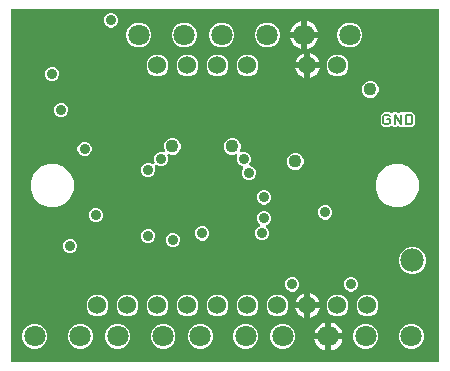
<source format=gbr>
G04 EAGLE Gerber RS-274X export*
G75*
%MOMM*%
%FSLAX34Y34*%
%LPD*%
%INCopper Layer 15*%
%IPPOS*%
%AMOC8*
5,1,8,0,0,1.08239X$1,22.5*%
G01*
%ADD10C,0.177800*%
%ADD11C,1.981200*%
%ADD12C,1.524000*%
%ADD13C,1.800000*%
%ADD14C,0.889000*%
%ADD15C,1.108000*%

G36*
X364354Y2810D02*
X364354Y2810D01*
X364473Y2817D01*
X364511Y2830D01*
X364552Y2835D01*
X364662Y2878D01*
X364775Y2915D01*
X364810Y2937D01*
X364847Y2952D01*
X364943Y3021D01*
X365044Y3085D01*
X365072Y3115D01*
X365105Y3138D01*
X365181Y3230D01*
X365262Y3317D01*
X365282Y3352D01*
X365307Y3383D01*
X365358Y3491D01*
X365416Y3595D01*
X365426Y3635D01*
X365443Y3671D01*
X365465Y3788D01*
X365495Y3903D01*
X365499Y3963D01*
X365503Y3983D01*
X365501Y4004D01*
X365505Y4064D01*
X365505Y300736D01*
X365490Y300854D01*
X365483Y300973D01*
X365470Y301011D01*
X365465Y301052D01*
X365422Y301162D01*
X365385Y301275D01*
X365363Y301310D01*
X365348Y301347D01*
X365279Y301443D01*
X365215Y301544D01*
X365185Y301572D01*
X365162Y301605D01*
X365070Y301681D01*
X364983Y301762D01*
X364948Y301782D01*
X364917Y301807D01*
X364809Y301858D01*
X364705Y301916D01*
X364665Y301926D01*
X364629Y301943D01*
X364512Y301965D01*
X364397Y301995D01*
X364337Y301999D01*
X364317Y302003D01*
X364296Y302001D01*
X364236Y302005D01*
X4064Y302005D01*
X3946Y301990D01*
X3827Y301983D01*
X3789Y301970D01*
X3748Y301965D01*
X3638Y301922D01*
X3525Y301885D01*
X3490Y301863D01*
X3453Y301848D01*
X3357Y301779D01*
X3256Y301715D01*
X3228Y301685D01*
X3195Y301662D01*
X3119Y301570D01*
X3038Y301483D01*
X3018Y301448D01*
X2993Y301417D01*
X2942Y301309D01*
X2884Y301205D01*
X2874Y301165D01*
X2857Y301129D01*
X2835Y301012D01*
X2805Y300897D01*
X2801Y300837D01*
X2797Y300817D01*
X2799Y300796D01*
X2795Y300736D01*
X2795Y4064D01*
X2810Y3946D01*
X2817Y3827D01*
X2830Y3789D01*
X2835Y3748D01*
X2878Y3638D01*
X2915Y3525D01*
X2937Y3490D01*
X2952Y3453D01*
X3021Y3357D01*
X3085Y3256D01*
X3115Y3228D01*
X3138Y3195D01*
X3230Y3119D01*
X3317Y3038D01*
X3352Y3018D01*
X3383Y2993D01*
X3491Y2942D01*
X3595Y2884D01*
X3635Y2874D01*
X3671Y2857D01*
X3788Y2835D01*
X3903Y2805D01*
X3963Y2801D01*
X3983Y2797D01*
X4004Y2799D01*
X4064Y2795D01*
X364236Y2795D01*
X364354Y2810D01*
G37*
%LPC*%
G36*
X326613Y134365D02*
X326613Y134365D01*
X319984Y137111D01*
X314911Y142184D01*
X312165Y148813D01*
X312165Y155987D01*
X314911Y162616D01*
X319984Y167689D01*
X326613Y170435D01*
X333787Y170435D01*
X340416Y167689D01*
X345489Y162616D01*
X348235Y155987D01*
X348235Y148813D01*
X345489Y142184D01*
X340416Y137111D01*
X333787Y134365D01*
X326613Y134365D01*
G37*
%LPD*%
%LPC*%
G36*
X34513Y134365D02*
X34513Y134365D01*
X27884Y137111D01*
X22811Y142184D01*
X20065Y148813D01*
X20065Y155987D01*
X22811Y162616D01*
X27884Y167689D01*
X34513Y170435D01*
X41687Y170435D01*
X48316Y167689D01*
X53389Y162616D01*
X56135Y155987D01*
X56135Y148813D01*
X53389Y142184D01*
X48316Y137111D01*
X41687Y134365D01*
X34513Y134365D01*
G37*
%LPD*%
%LPC*%
G36*
X340626Y77469D02*
X340626Y77469D01*
X336425Y79209D01*
X333209Y82425D01*
X331469Y86626D01*
X331469Y91174D01*
X333209Y95375D01*
X336425Y98591D01*
X340626Y100331D01*
X345174Y100331D01*
X349375Y98591D01*
X352591Y95375D01*
X354331Y91174D01*
X354331Y86626D01*
X352591Y82425D01*
X349375Y79209D01*
X345174Y77469D01*
X340626Y77469D01*
G37*
%LPD*%
%LPC*%
G36*
X203410Y157225D02*
X203410Y157225D01*
X201215Y158134D01*
X199536Y159813D01*
X198627Y162008D01*
X198627Y164382D01*
X199548Y166606D01*
X199586Y166663D01*
X199653Y166750D01*
X199673Y166795D01*
X199700Y166837D01*
X199736Y166941D01*
X199779Y167042D01*
X199787Y167091D01*
X199803Y167138D01*
X199812Y167247D01*
X199829Y167356D01*
X199825Y167405D01*
X199829Y167455D01*
X199810Y167563D01*
X199800Y167672D01*
X199783Y167719D01*
X199774Y167768D01*
X199729Y167868D01*
X199692Y167972D01*
X199664Y168013D01*
X199644Y168058D01*
X199575Y168144D01*
X199513Y168235D01*
X199476Y168268D01*
X199445Y168307D01*
X199357Y168373D01*
X199275Y168445D01*
X199231Y168468D01*
X199191Y168498D01*
X199046Y168569D01*
X196643Y169564D01*
X194964Y171243D01*
X194055Y173438D01*
X194055Y175812D01*
X194599Y177126D01*
X194636Y177260D01*
X194677Y177393D01*
X194678Y177413D01*
X194683Y177433D01*
X194685Y177572D01*
X194692Y177711D01*
X194688Y177730D01*
X194688Y177751D01*
X194656Y177887D01*
X194628Y178022D01*
X194619Y178040D01*
X194614Y178060D01*
X194549Y178183D01*
X194488Y178308D01*
X194475Y178323D01*
X194465Y178341D01*
X194372Y178444D01*
X194282Y178550D01*
X194265Y178561D01*
X194252Y178576D01*
X194135Y178653D01*
X194022Y178733D01*
X194003Y178740D01*
X193986Y178751D01*
X193854Y178796D01*
X193724Y178846D01*
X193704Y178848D01*
X193685Y178854D01*
X193546Y178865D01*
X193408Y178881D01*
X193388Y178878D01*
X193368Y178880D01*
X193231Y178856D01*
X193093Y178836D01*
X193067Y178827D01*
X193055Y178825D01*
X193036Y178817D01*
X192941Y178784D01*
X191905Y178355D01*
X189095Y178355D01*
X186498Y179431D01*
X184511Y181418D01*
X183435Y184015D01*
X183435Y186825D01*
X184511Y189422D01*
X186498Y191409D01*
X189095Y192485D01*
X191905Y192485D01*
X194502Y191409D01*
X196489Y189422D01*
X197565Y186825D01*
X197565Y184015D01*
X196764Y182081D01*
X196727Y181947D01*
X196686Y181814D01*
X196685Y181794D01*
X196680Y181774D01*
X196678Y181635D01*
X196671Y181496D01*
X196675Y181477D01*
X196675Y181456D01*
X196707Y181320D01*
X196735Y181185D01*
X196744Y181167D01*
X196749Y181147D01*
X196814Y181024D01*
X196875Y180899D01*
X196888Y180884D01*
X196898Y180866D01*
X196992Y180762D01*
X197081Y180657D01*
X197098Y180646D01*
X197112Y180631D01*
X197228Y180554D01*
X197341Y180474D01*
X197360Y180467D01*
X197377Y180456D01*
X197509Y180411D01*
X197639Y180361D01*
X197659Y180359D01*
X197678Y180353D01*
X197817Y180342D01*
X197955Y180326D01*
X197975Y180329D01*
X197995Y180327D01*
X198132Y180351D01*
X198270Y180371D01*
X198296Y180380D01*
X198308Y180382D01*
X198327Y180390D01*
X198422Y180423D01*
X198838Y180595D01*
X201212Y180595D01*
X203407Y179686D01*
X205086Y178007D01*
X205995Y175812D01*
X205995Y173438D01*
X205074Y171214D01*
X205036Y171157D01*
X204969Y171070D01*
X204949Y171025D01*
X204922Y170983D01*
X204886Y170879D01*
X204843Y170778D01*
X204835Y170729D01*
X204819Y170682D01*
X204810Y170573D01*
X204793Y170464D01*
X204797Y170415D01*
X204793Y170365D01*
X204812Y170257D01*
X204822Y170148D01*
X204839Y170101D01*
X204848Y170052D01*
X204893Y169952D01*
X204930Y169848D01*
X204958Y169807D01*
X204978Y169762D01*
X205047Y169676D01*
X205109Y169585D01*
X205146Y169552D01*
X205177Y169513D01*
X205265Y169447D01*
X205347Y169375D01*
X205391Y169352D01*
X205431Y169322D01*
X205576Y169251D01*
X207979Y168256D01*
X209658Y166577D01*
X210567Y164382D01*
X210567Y162008D01*
X209658Y159813D01*
X207979Y158134D01*
X205784Y157225D01*
X203410Y157225D01*
G37*
%LPD*%
%LPC*%
G36*
X118193Y159892D02*
X118193Y159892D01*
X115998Y160801D01*
X114319Y162480D01*
X113410Y164675D01*
X113410Y167049D01*
X114319Y169244D01*
X115998Y170923D01*
X118193Y171832D01*
X120567Y171832D01*
X122931Y170853D01*
X123065Y170816D01*
X123198Y170775D01*
X123218Y170774D01*
X123237Y170769D01*
X123377Y170767D01*
X123515Y170760D01*
X123535Y170764D01*
X123555Y170764D01*
X123691Y170796D01*
X123827Y170824D01*
X123845Y170833D01*
X123865Y170838D01*
X123988Y170903D01*
X124112Y170964D01*
X124128Y170977D01*
X124146Y170987D01*
X124249Y171080D01*
X124354Y171170D01*
X124366Y171187D01*
X124381Y171201D01*
X124458Y171317D01*
X124538Y171431D01*
X124545Y171449D01*
X124556Y171466D01*
X124601Y171598D01*
X124650Y171728D01*
X124652Y171748D01*
X124659Y171767D01*
X124670Y171906D01*
X124685Y172044D01*
X124683Y172064D01*
X124684Y172084D01*
X124660Y172221D01*
X124641Y172359D01*
X124632Y172385D01*
X124630Y172398D01*
X124621Y172416D01*
X124589Y172511D01*
X124205Y173438D01*
X124205Y175812D01*
X125114Y178007D01*
X126793Y179686D01*
X128988Y180595D01*
X131362Y180595D01*
X131778Y180423D01*
X131912Y180386D01*
X132045Y180345D01*
X132065Y180344D01*
X132085Y180339D01*
X132224Y180336D01*
X132363Y180330D01*
X132382Y180334D01*
X132403Y180334D01*
X132538Y180366D01*
X132674Y180394D01*
X132692Y180403D01*
X132712Y180408D01*
X132835Y180473D01*
X132960Y180534D01*
X132975Y180547D01*
X132993Y180557D01*
X133096Y180650D01*
X133202Y180740D01*
X133213Y180757D01*
X133228Y180770D01*
X133305Y180887D01*
X133385Y181000D01*
X133392Y181019D01*
X133403Y181036D01*
X133448Y181168D01*
X133498Y181298D01*
X133500Y181318D01*
X133506Y181337D01*
X133517Y181476D01*
X133533Y181614D01*
X133530Y181634D01*
X133532Y181654D01*
X133508Y181791D01*
X133488Y181929D01*
X133479Y181955D01*
X133477Y181967D01*
X133469Y181986D01*
X133436Y182081D01*
X132635Y184015D01*
X132635Y186825D01*
X133711Y189422D01*
X135698Y191409D01*
X138295Y192485D01*
X141105Y192485D01*
X143702Y191409D01*
X145689Y189422D01*
X146765Y186825D01*
X146765Y184015D01*
X145689Y181418D01*
X143702Y179431D01*
X141105Y178355D01*
X138295Y178355D01*
X137259Y178784D01*
X137125Y178821D01*
X136992Y178862D01*
X136972Y178863D01*
X136952Y178868D01*
X136813Y178870D01*
X136674Y178877D01*
X136655Y178873D01*
X136634Y178873D01*
X136499Y178841D01*
X136363Y178813D01*
X136345Y178804D01*
X136325Y178799D01*
X136202Y178734D01*
X136077Y178673D01*
X136062Y178660D01*
X136044Y178650D01*
X135941Y178557D01*
X135835Y178467D01*
X135824Y178450D01*
X135809Y178437D01*
X135732Y178320D01*
X135652Y178207D01*
X135645Y178188D01*
X135634Y178171D01*
X135589Y178039D01*
X135539Y177909D01*
X135537Y177889D01*
X135531Y177870D01*
X135520Y177731D01*
X135504Y177593D01*
X135507Y177573D01*
X135505Y177553D01*
X135529Y177416D01*
X135549Y177278D01*
X135558Y177252D01*
X135560Y177240D01*
X135568Y177221D01*
X135601Y177126D01*
X136145Y175812D01*
X136145Y173438D01*
X135236Y171243D01*
X133557Y169564D01*
X131362Y168655D01*
X128988Y168655D01*
X126624Y169634D01*
X126490Y169671D01*
X126357Y169712D01*
X126337Y169713D01*
X126318Y169718D01*
X126178Y169720D01*
X126040Y169727D01*
X126020Y169723D01*
X126000Y169723D01*
X125864Y169691D01*
X125728Y169663D01*
X125710Y169654D01*
X125690Y169649D01*
X125568Y169584D01*
X125443Y169523D01*
X125427Y169510D01*
X125409Y169500D01*
X125307Y169407D01*
X125201Y169317D01*
X125189Y169300D01*
X125174Y169286D01*
X125097Y169170D01*
X125018Y169057D01*
X125010Y169038D01*
X124999Y169021D01*
X124954Y168889D01*
X124905Y168759D01*
X124903Y168739D01*
X124896Y168720D01*
X124885Y168581D01*
X124870Y168443D01*
X124872Y168423D01*
X124871Y168403D01*
X124895Y168266D01*
X124914Y168128D01*
X124923Y168102D01*
X124925Y168089D01*
X124934Y168071D01*
X124966Y167976D01*
X125350Y167049D01*
X125350Y164675D01*
X124441Y162480D01*
X122762Y160801D01*
X120567Y159892D01*
X118193Y159892D01*
G37*
%LPD*%
%LPC*%
G36*
X333221Y201651D02*
X333221Y201651D01*
X333176Y201654D01*
X333133Y201665D01*
X332972Y201675D01*
X332314Y201675D01*
X332212Y201761D01*
X332188Y201773D01*
X332167Y201789D01*
X332045Y201842D01*
X331926Y201899D01*
X331890Y201909D01*
X331889Y201909D01*
X331584Y202368D01*
X331528Y202432D01*
X331480Y202502D01*
X331424Y202552D01*
X331375Y202608D01*
X331305Y202657D01*
X331242Y202713D01*
X331175Y202747D01*
X331114Y202789D01*
X331034Y202819D01*
X330958Y202858D01*
X330886Y202874D01*
X330816Y202900D01*
X330731Y202909D01*
X330648Y202927D01*
X330574Y202925D01*
X330499Y202933D01*
X330415Y202920D01*
X330330Y202918D01*
X330259Y202897D01*
X330185Y202886D01*
X330106Y202853D01*
X330025Y202829D01*
X329961Y202791D01*
X329892Y202762D01*
X329824Y202711D01*
X329751Y202668D01*
X329647Y202576D01*
X329639Y202570D01*
X329636Y202567D01*
X329630Y202561D01*
X328744Y201675D01*
X326744Y201675D01*
X326061Y202358D01*
X325967Y202431D01*
X325878Y202510D01*
X325842Y202528D01*
X325810Y202553D01*
X325701Y202601D01*
X325595Y202655D01*
X325555Y202663D01*
X325518Y202680D01*
X325400Y202698D01*
X325284Y202724D01*
X325244Y202723D01*
X325204Y202729D01*
X325086Y202718D01*
X324967Y202715D01*
X324928Y202703D01*
X324888Y202700D01*
X324775Y202659D01*
X324661Y202626D01*
X324626Y202606D01*
X324588Y202592D01*
X324490Y202525D01*
X324387Y202465D01*
X324342Y202425D01*
X324325Y202413D01*
X324312Y202398D01*
X324266Y202358D01*
X323583Y201675D01*
X318787Y201675D01*
X315975Y204487D01*
X315975Y212080D01*
X318787Y214892D01*
X323583Y214892D01*
X324220Y214256D01*
X324339Y214163D01*
X324460Y214067D01*
X324466Y214064D01*
X324471Y214061D01*
X324611Y214000D01*
X324751Y213938D01*
X324757Y213937D01*
X324763Y213934D01*
X324916Y213910D01*
X325065Y213885D01*
X325071Y213885D01*
X325077Y213885D01*
X325231Y213899D01*
X325381Y213912D01*
X325387Y213914D01*
X325393Y213914D01*
X325539Y213967D01*
X325682Y214016D01*
X325689Y214021D01*
X325693Y214022D01*
X325701Y214028D01*
X325821Y214097D01*
X326102Y214284D01*
X326136Y214314D01*
X326175Y214336D01*
X326295Y214443D01*
X326761Y214909D01*
X326894Y214920D01*
X326918Y214928D01*
X326945Y214932D01*
X327068Y214981D01*
X327194Y215024D01*
X327226Y215043D01*
X327860Y214917D01*
X327905Y214913D01*
X327948Y214902D01*
X328109Y214892D01*
X328768Y214892D01*
X328869Y214806D01*
X328893Y214795D01*
X328914Y214778D01*
X329036Y214726D01*
X329156Y214668D01*
X329192Y214658D01*
X329498Y214199D01*
X329553Y214135D01*
X329601Y214065D01*
X329657Y214015D01*
X329706Y213959D01*
X329776Y213910D01*
X329840Y213854D01*
X329906Y213820D01*
X329967Y213778D01*
X330047Y213748D01*
X330123Y213710D01*
X330196Y213693D01*
X330265Y213667D01*
X330350Y213659D01*
X330433Y213640D01*
X330508Y213642D01*
X330582Y213635D01*
X330666Y213647D01*
X330751Y213650D01*
X330823Y213670D01*
X330896Y213681D01*
X330975Y213714D01*
X331056Y213738D01*
X331121Y213776D01*
X331189Y213805D01*
X331257Y213856D01*
X331330Y213900D01*
X331435Y213991D01*
X331442Y213997D01*
X331445Y214000D01*
X331451Y214006D01*
X332337Y214892D01*
X334341Y214892D01*
X334415Y214835D01*
X334504Y214756D01*
X334540Y214738D01*
X334572Y214713D01*
X334681Y214666D01*
X334787Y214612D01*
X334827Y214603D01*
X334864Y214587D01*
X334981Y214568D01*
X335097Y214542D01*
X335138Y214543D01*
X335178Y214537D01*
X335296Y214548D01*
X335415Y214552D01*
X335454Y214563D01*
X335494Y214567D01*
X335607Y214607D01*
X335721Y214640D01*
X335756Y214660D01*
X335794Y214674D01*
X335892Y214741D01*
X335995Y214802D01*
X336040Y214841D01*
X336057Y214853D01*
X336070Y214868D01*
X336097Y214892D01*
X342294Y214892D01*
X345106Y212080D01*
X345106Y204487D01*
X342294Y201675D01*
X336095Y201675D01*
X336021Y201732D01*
X335932Y201811D01*
X335896Y201829D01*
X335864Y201854D01*
X335755Y201901D01*
X335649Y201956D01*
X335610Y201964D01*
X335573Y201980D01*
X335455Y201999D01*
X335339Y202025D01*
X335298Y202024D01*
X335258Y202030D01*
X335140Y202019D01*
X335021Y202016D01*
X334982Y202004D01*
X334942Y202001D01*
X334830Y201960D01*
X334715Y201927D01*
X334681Y201907D01*
X334643Y201893D01*
X334544Y201826D01*
X334441Y201766D01*
X334396Y201726D01*
X334379Y201714D01*
X334366Y201699D01*
X334321Y201659D01*
X334320Y201659D01*
X334188Y201647D01*
X334163Y201639D01*
X334137Y201635D01*
X334013Y201586D01*
X333887Y201543D01*
X333855Y201524D01*
X333221Y201651D01*
G37*
%LPD*%
%LPC*%
G36*
X21128Y14075D02*
X21128Y14075D01*
X17260Y15678D01*
X14300Y18638D01*
X12697Y22506D01*
X12697Y26694D01*
X14300Y30562D01*
X17260Y33522D01*
X21128Y35125D01*
X25316Y35125D01*
X29184Y33522D01*
X32144Y30562D01*
X33747Y26694D01*
X33747Y22506D01*
X32144Y18638D01*
X29184Y15678D01*
X25316Y14075D01*
X21128Y14075D01*
G37*
%LPD*%
%LPC*%
G36*
X59684Y14075D02*
X59684Y14075D01*
X55816Y15678D01*
X52856Y18638D01*
X51253Y22506D01*
X51253Y26694D01*
X52856Y30562D01*
X55816Y33522D01*
X59684Y35125D01*
X63872Y35125D01*
X67740Y33522D01*
X70700Y30562D01*
X72303Y26694D01*
X72303Y22506D01*
X70700Y18638D01*
X67740Y15678D01*
X63872Y14075D01*
X59684Y14075D01*
G37*
%LPD*%
%LPC*%
G36*
X91128Y14075D02*
X91128Y14075D01*
X87260Y15678D01*
X84300Y18638D01*
X82697Y22506D01*
X82697Y26694D01*
X84300Y30562D01*
X87260Y33522D01*
X91128Y35125D01*
X95316Y35125D01*
X99184Y33522D01*
X102144Y30562D01*
X103747Y26694D01*
X103747Y22506D01*
X102144Y18638D01*
X99184Y15678D01*
X95316Y14075D01*
X91128Y14075D01*
G37*
%LPD*%
%LPC*%
G36*
X287784Y269275D02*
X287784Y269275D01*
X283916Y270878D01*
X280956Y273838D01*
X279353Y277706D01*
X279353Y281894D01*
X280956Y285762D01*
X283916Y288722D01*
X287784Y290325D01*
X291972Y290325D01*
X295840Y288722D01*
X298800Y285762D01*
X300403Y281894D01*
X300403Y277706D01*
X298800Y273838D01*
X295840Y270878D01*
X291972Y269275D01*
X287784Y269275D01*
G37*
%LPD*%
%LPC*%
G36*
X217784Y269275D02*
X217784Y269275D01*
X213916Y270878D01*
X210956Y273838D01*
X209353Y277706D01*
X209353Y281894D01*
X210956Y285762D01*
X213916Y288722D01*
X217784Y290325D01*
X221972Y290325D01*
X225840Y288722D01*
X228800Y285762D01*
X230403Y281894D01*
X230403Y277706D01*
X228800Y273838D01*
X225840Y270878D01*
X221972Y269275D01*
X217784Y269275D01*
G37*
%LPD*%
%LPC*%
G36*
X179228Y269275D02*
X179228Y269275D01*
X175360Y270878D01*
X172400Y273838D01*
X170797Y277706D01*
X170797Y281894D01*
X172400Y285762D01*
X175360Y288722D01*
X179228Y290325D01*
X183416Y290325D01*
X187284Y288722D01*
X190244Y285762D01*
X191847Y281894D01*
X191847Y277706D01*
X190244Y273838D01*
X187284Y270878D01*
X183416Y269275D01*
X179228Y269275D01*
G37*
%LPD*%
%LPC*%
G36*
X147784Y269275D02*
X147784Y269275D01*
X143916Y270878D01*
X140956Y273838D01*
X139353Y277706D01*
X139353Y281894D01*
X140956Y285762D01*
X143916Y288722D01*
X147784Y290325D01*
X151972Y290325D01*
X155840Y288722D01*
X158800Y285762D01*
X160403Y281894D01*
X160403Y277706D01*
X158800Y273838D01*
X155840Y270878D01*
X151972Y269275D01*
X147784Y269275D01*
G37*
%LPD*%
%LPC*%
G36*
X109228Y269275D02*
X109228Y269275D01*
X105360Y270878D01*
X102400Y273838D01*
X100797Y277706D01*
X100797Y281894D01*
X102400Y285762D01*
X105360Y288722D01*
X109228Y290325D01*
X113416Y290325D01*
X117284Y288722D01*
X120244Y285762D01*
X121847Y281894D01*
X121847Y277706D01*
X120244Y273838D01*
X117284Y270878D01*
X113416Y269275D01*
X109228Y269275D01*
G37*
%LPD*%
%LPC*%
G36*
X129684Y14075D02*
X129684Y14075D01*
X125816Y15678D01*
X122856Y18638D01*
X121253Y22506D01*
X121253Y26694D01*
X122856Y30562D01*
X125816Y33522D01*
X129684Y35125D01*
X133872Y35125D01*
X137740Y33522D01*
X140700Y30562D01*
X142303Y26694D01*
X142303Y22506D01*
X140700Y18638D01*
X137740Y15678D01*
X133872Y14075D01*
X129684Y14075D01*
G37*
%LPD*%
%LPC*%
G36*
X161128Y14075D02*
X161128Y14075D01*
X157260Y15678D01*
X154300Y18638D01*
X152697Y22506D01*
X152697Y26694D01*
X154300Y30562D01*
X157260Y33522D01*
X161128Y35125D01*
X165316Y35125D01*
X169184Y33522D01*
X172144Y30562D01*
X173747Y26694D01*
X173747Y22506D01*
X172144Y18638D01*
X169184Y15678D01*
X165316Y14075D01*
X161128Y14075D01*
G37*
%LPD*%
%LPC*%
G36*
X231128Y14075D02*
X231128Y14075D01*
X227260Y15678D01*
X224300Y18638D01*
X222697Y22506D01*
X222697Y26694D01*
X224300Y30562D01*
X227260Y33522D01*
X231128Y35125D01*
X235316Y35125D01*
X239184Y33522D01*
X242144Y30562D01*
X243747Y26694D01*
X243747Y22506D01*
X242144Y18638D01*
X239184Y15678D01*
X235316Y14075D01*
X231128Y14075D01*
G37*
%LPD*%
%LPC*%
G36*
X301128Y14075D02*
X301128Y14075D01*
X297260Y15678D01*
X294300Y18638D01*
X292697Y22506D01*
X292697Y26694D01*
X294300Y30562D01*
X297260Y33522D01*
X301128Y35125D01*
X305316Y35125D01*
X309184Y33522D01*
X312144Y30562D01*
X313747Y26694D01*
X313747Y22506D01*
X312144Y18638D01*
X309184Y15678D01*
X305316Y14075D01*
X301128Y14075D01*
G37*
%LPD*%
%LPC*%
G36*
X339684Y14075D02*
X339684Y14075D01*
X335816Y15678D01*
X332856Y18638D01*
X331253Y22506D01*
X331253Y26694D01*
X332856Y30562D01*
X335816Y33522D01*
X339684Y35125D01*
X343872Y35125D01*
X347740Y33522D01*
X350700Y30562D01*
X352303Y26694D01*
X352303Y22506D01*
X350700Y18638D01*
X347740Y15678D01*
X343872Y14075D01*
X339684Y14075D01*
G37*
%LPD*%
%LPC*%
G36*
X199684Y14075D02*
X199684Y14075D01*
X195816Y15678D01*
X192856Y18638D01*
X191253Y22506D01*
X191253Y26694D01*
X192856Y30562D01*
X195816Y33522D01*
X199684Y35125D01*
X203872Y35125D01*
X207740Y33522D01*
X210700Y30562D01*
X212303Y26694D01*
X212303Y22506D01*
X210700Y18638D01*
X207740Y15678D01*
X203872Y14075D01*
X199684Y14075D01*
G37*
%LPD*%
%LPC*%
G36*
X277581Y244855D02*
X277581Y244855D01*
X274220Y246247D01*
X271647Y248820D01*
X270255Y252181D01*
X270255Y255819D01*
X271647Y259180D01*
X274220Y261753D01*
X277581Y263145D01*
X281219Y263145D01*
X284580Y261753D01*
X287153Y259180D01*
X288545Y255819D01*
X288545Y252181D01*
X287153Y248820D01*
X284580Y246247D01*
X281219Y244855D01*
X277581Y244855D01*
G37*
%LPD*%
%LPC*%
G36*
X125181Y244855D02*
X125181Y244855D01*
X121820Y246247D01*
X119247Y248820D01*
X117855Y252181D01*
X117855Y255819D01*
X119247Y259180D01*
X121820Y261753D01*
X125181Y263145D01*
X128819Y263145D01*
X132180Y261753D01*
X134753Y259180D01*
X136145Y255819D01*
X136145Y252181D01*
X134753Y248820D01*
X132180Y246247D01*
X128819Y244855D01*
X125181Y244855D01*
G37*
%LPD*%
%LPC*%
G36*
X99781Y41655D02*
X99781Y41655D01*
X96420Y43047D01*
X93847Y45620D01*
X92455Y48981D01*
X92455Y52619D01*
X93847Y55980D01*
X96420Y58553D01*
X99781Y59945D01*
X103419Y59945D01*
X106780Y58553D01*
X109353Y55980D01*
X110745Y52619D01*
X110745Y48981D01*
X109353Y45620D01*
X106780Y43047D01*
X103419Y41655D01*
X99781Y41655D01*
G37*
%LPD*%
%LPC*%
G36*
X125181Y41655D02*
X125181Y41655D01*
X121820Y43047D01*
X119247Y45620D01*
X117855Y48981D01*
X117855Y52619D01*
X119247Y55980D01*
X121820Y58553D01*
X125181Y59945D01*
X128819Y59945D01*
X132180Y58553D01*
X134753Y55980D01*
X136145Y52619D01*
X136145Y48981D01*
X134753Y45620D01*
X132180Y43047D01*
X128819Y41655D01*
X125181Y41655D01*
G37*
%LPD*%
%LPC*%
G36*
X175981Y41655D02*
X175981Y41655D01*
X172620Y43047D01*
X170047Y45620D01*
X168655Y48981D01*
X168655Y52619D01*
X170047Y55980D01*
X172620Y58553D01*
X175981Y59945D01*
X179619Y59945D01*
X182980Y58553D01*
X185553Y55980D01*
X186945Y52619D01*
X186945Y48981D01*
X185553Y45620D01*
X182980Y43047D01*
X179619Y41655D01*
X175981Y41655D01*
G37*
%LPD*%
%LPC*%
G36*
X201381Y41655D02*
X201381Y41655D01*
X198020Y43047D01*
X195447Y45620D01*
X194055Y48981D01*
X194055Y52619D01*
X195447Y55980D01*
X198020Y58553D01*
X201381Y59945D01*
X205019Y59945D01*
X208380Y58553D01*
X210953Y55980D01*
X212345Y52619D01*
X212345Y48981D01*
X210953Y45620D01*
X208380Y43047D01*
X205019Y41655D01*
X201381Y41655D01*
G37*
%LPD*%
%LPC*%
G36*
X226781Y41655D02*
X226781Y41655D01*
X223420Y43047D01*
X220847Y45620D01*
X219455Y48981D01*
X219455Y52619D01*
X220847Y55980D01*
X223420Y58553D01*
X226781Y59945D01*
X230419Y59945D01*
X233780Y58553D01*
X236353Y55980D01*
X237745Y52619D01*
X237745Y48981D01*
X236353Y45620D01*
X233780Y43047D01*
X230419Y41655D01*
X226781Y41655D01*
G37*
%LPD*%
%LPC*%
G36*
X277581Y41655D02*
X277581Y41655D01*
X274220Y43047D01*
X271647Y45620D01*
X270255Y48981D01*
X270255Y52619D01*
X271647Y55980D01*
X274220Y58553D01*
X277581Y59945D01*
X281219Y59945D01*
X284580Y58553D01*
X287153Y55980D01*
X288545Y52619D01*
X288545Y48981D01*
X287153Y45620D01*
X284580Y43047D01*
X281219Y41655D01*
X277581Y41655D01*
G37*
%LPD*%
%LPC*%
G36*
X302981Y41655D02*
X302981Y41655D01*
X299620Y43047D01*
X297047Y45620D01*
X295655Y48981D01*
X295655Y52619D01*
X297047Y55980D01*
X299620Y58553D01*
X302981Y59945D01*
X306619Y59945D01*
X309980Y58553D01*
X312553Y55980D01*
X313945Y52619D01*
X313945Y48981D01*
X312553Y45620D01*
X309980Y43047D01*
X306619Y41655D01*
X302981Y41655D01*
G37*
%LPD*%
%LPC*%
G36*
X175981Y244855D02*
X175981Y244855D01*
X172620Y246247D01*
X170047Y248820D01*
X168655Y252181D01*
X168655Y255819D01*
X170047Y259180D01*
X172620Y261753D01*
X175981Y263145D01*
X179619Y263145D01*
X182980Y261753D01*
X185553Y259180D01*
X186945Y255819D01*
X186945Y252181D01*
X185553Y248820D01*
X182980Y246247D01*
X179619Y244855D01*
X175981Y244855D01*
G37*
%LPD*%
%LPC*%
G36*
X201381Y244855D02*
X201381Y244855D01*
X198020Y246247D01*
X195447Y248820D01*
X194055Y252181D01*
X194055Y255819D01*
X195447Y259180D01*
X198020Y261753D01*
X201381Y263145D01*
X205019Y263145D01*
X208380Y261753D01*
X210953Y259180D01*
X212345Y255819D01*
X212345Y252181D01*
X210953Y248820D01*
X208380Y246247D01*
X205019Y244855D01*
X201381Y244855D01*
G37*
%LPD*%
%LPC*%
G36*
X74381Y41655D02*
X74381Y41655D01*
X71020Y43047D01*
X68447Y45620D01*
X67055Y48981D01*
X67055Y52619D01*
X68447Y55980D01*
X71020Y58553D01*
X74381Y59945D01*
X78019Y59945D01*
X81380Y58553D01*
X83953Y55980D01*
X85345Y52619D01*
X85345Y48981D01*
X83953Y45620D01*
X81380Y43047D01*
X78019Y41655D01*
X74381Y41655D01*
G37*
%LPD*%
%LPC*%
G36*
X150581Y41655D02*
X150581Y41655D01*
X147220Y43047D01*
X144647Y45620D01*
X143255Y48981D01*
X143255Y52619D01*
X144647Y55980D01*
X147220Y58553D01*
X150581Y59945D01*
X154219Y59945D01*
X157580Y58553D01*
X160153Y55980D01*
X161545Y52619D01*
X161545Y48981D01*
X160153Y45620D01*
X157580Y43047D01*
X154219Y41655D01*
X150581Y41655D01*
G37*
%LPD*%
%LPC*%
G36*
X150581Y244855D02*
X150581Y244855D01*
X147220Y246247D01*
X144647Y248820D01*
X143255Y252181D01*
X143255Y255819D01*
X144647Y259180D01*
X147220Y261753D01*
X150581Y263145D01*
X154219Y263145D01*
X157580Y261753D01*
X160153Y259180D01*
X161545Y255819D01*
X161545Y252181D01*
X160153Y248820D01*
X157580Y246247D01*
X154219Y244855D01*
X150581Y244855D01*
G37*
%LPD*%
%LPC*%
G36*
X214713Y106044D02*
X214713Y106044D01*
X212518Y106953D01*
X210839Y108632D01*
X209930Y110827D01*
X209930Y113201D01*
X210839Y115396D01*
X212518Y117075D01*
X213305Y117401D01*
X213348Y117425D01*
X213395Y117442D01*
X213486Y117504D01*
X213581Y117558D01*
X213617Y117593D01*
X213658Y117621D01*
X213731Y117703D01*
X213810Y117779D01*
X213836Y117822D01*
X213868Y117859D01*
X213918Y117957D01*
X213976Y118051D01*
X213990Y118098D01*
X214013Y118142D01*
X214037Y118249D01*
X214069Y118355D01*
X214072Y118404D01*
X214083Y118453D01*
X214079Y118562D01*
X214085Y118672D01*
X214075Y118721D01*
X214073Y118771D01*
X214043Y118876D01*
X214020Y118984D01*
X213998Y119028D01*
X213985Y119076D01*
X213929Y119171D01*
X213881Y119269D01*
X213848Y119307D01*
X213823Y119350D01*
X213717Y119471D01*
X212109Y121078D01*
X211200Y123273D01*
X211200Y125647D01*
X212109Y127842D01*
X213788Y129521D01*
X215983Y130430D01*
X218357Y130430D01*
X220552Y129521D01*
X222231Y127842D01*
X223140Y125647D01*
X223140Y123273D01*
X222231Y121078D01*
X220552Y119399D01*
X219765Y119073D01*
X219722Y119049D01*
X219675Y119032D01*
X219584Y118970D01*
X219489Y118916D01*
X219453Y118881D01*
X219412Y118853D01*
X219339Y118771D01*
X219260Y118694D01*
X219234Y118652D01*
X219202Y118615D01*
X219152Y118517D01*
X219094Y118423D01*
X219080Y118376D01*
X219057Y118332D01*
X219033Y118224D01*
X219001Y118119D01*
X218998Y118070D01*
X218987Y118021D01*
X218991Y117911D01*
X218985Y117802D01*
X218995Y117753D01*
X218997Y117703D01*
X219027Y117598D01*
X219050Y117490D01*
X219072Y117446D01*
X219085Y117398D01*
X219141Y117304D01*
X219189Y117205D01*
X219222Y117167D01*
X219247Y117124D01*
X219353Y117003D01*
X220961Y115396D01*
X221870Y113201D01*
X221870Y110827D01*
X220961Y108632D01*
X219282Y106953D01*
X217087Y106044D01*
X214713Y106044D01*
G37*
%LPD*%
%LPC*%
G36*
X305935Y226615D02*
X305935Y226615D01*
X303338Y227691D01*
X301351Y229678D01*
X300275Y232275D01*
X300275Y235085D01*
X301351Y237682D01*
X303338Y239669D01*
X305935Y240745D01*
X308745Y240745D01*
X311342Y239669D01*
X313329Y237682D01*
X314405Y235085D01*
X314405Y232275D01*
X313329Y229678D01*
X311342Y227691D01*
X308745Y226615D01*
X305935Y226615D01*
G37*
%LPD*%
%LPC*%
G36*
X242435Y165655D02*
X242435Y165655D01*
X239838Y166731D01*
X237851Y168718D01*
X236775Y171315D01*
X236775Y174125D01*
X237851Y176722D01*
X239838Y178709D01*
X242435Y179785D01*
X245245Y179785D01*
X247842Y178709D01*
X249829Y176722D01*
X250905Y174125D01*
X250905Y171315D01*
X249829Y168718D01*
X247842Y166731D01*
X245245Y165655D01*
X242435Y165655D01*
G37*
%LPD*%
%LPC*%
G36*
X163913Y105790D02*
X163913Y105790D01*
X161718Y106699D01*
X160039Y108378D01*
X159130Y110573D01*
X159130Y112947D01*
X160039Y115142D01*
X161718Y116821D01*
X163913Y117730D01*
X166287Y117730D01*
X168482Y116821D01*
X170161Y115142D01*
X171070Y112947D01*
X171070Y110573D01*
X170161Y108378D01*
X168482Y106699D01*
X166287Y105790D01*
X163913Y105790D01*
G37*
%LPD*%
%LPC*%
G36*
X118193Y103885D02*
X118193Y103885D01*
X115998Y104794D01*
X114319Y106473D01*
X113410Y108668D01*
X113410Y111042D01*
X114319Y113237D01*
X115998Y114916D01*
X118193Y115825D01*
X120567Y115825D01*
X122762Y114916D01*
X124441Y113237D01*
X125350Y111042D01*
X125350Y108668D01*
X124441Y106473D01*
X122762Y104794D01*
X120567Y103885D01*
X118193Y103885D01*
G37*
%LPD*%
%LPC*%
G36*
X138640Y100456D02*
X138640Y100456D01*
X136445Y101365D01*
X134766Y103044D01*
X133857Y105239D01*
X133857Y107613D01*
X134766Y109808D01*
X136445Y111487D01*
X138640Y112396D01*
X141014Y112396D01*
X143209Y111487D01*
X144888Y109808D01*
X145797Y107613D01*
X145797Y105239D01*
X144888Y103044D01*
X143209Y101365D01*
X141014Y100456D01*
X138640Y100456D01*
G37*
%LPD*%
%LPC*%
G36*
X51899Y95249D02*
X51899Y95249D01*
X49704Y96158D01*
X48025Y97837D01*
X47116Y100032D01*
X47116Y102406D01*
X48025Y104601D01*
X49704Y106280D01*
X51899Y107189D01*
X54273Y107189D01*
X56468Y106280D01*
X58147Y104601D01*
X59056Y102406D01*
X59056Y100032D01*
X58147Y97837D01*
X56468Y96158D01*
X54273Y95249D01*
X51899Y95249D01*
G37*
%LPD*%
%LPC*%
G36*
X73489Y121284D02*
X73489Y121284D01*
X71294Y122193D01*
X69615Y123872D01*
X68706Y126067D01*
X68706Y128441D01*
X69615Y130636D01*
X71294Y132315D01*
X73489Y133224D01*
X75863Y133224D01*
X78058Y132315D01*
X79737Y130636D01*
X80646Y128441D01*
X80646Y126067D01*
X79737Y123872D01*
X78058Y122193D01*
X75863Y121284D01*
X73489Y121284D01*
G37*
%LPD*%
%LPC*%
G36*
X289643Y62610D02*
X289643Y62610D01*
X287448Y63519D01*
X285769Y65198D01*
X284860Y67393D01*
X284860Y69767D01*
X285769Y71962D01*
X287448Y73641D01*
X289643Y74550D01*
X292017Y74550D01*
X294212Y73641D01*
X295891Y71962D01*
X296800Y69767D01*
X296800Y67393D01*
X295891Y65198D01*
X294212Y63519D01*
X292017Y62610D01*
X289643Y62610D01*
G37*
%LPD*%
%LPC*%
G36*
X240113Y62610D02*
X240113Y62610D01*
X237918Y63519D01*
X236239Y65198D01*
X235330Y67393D01*
X235330Y69767D01*
X236239Y71962D01*
X237918Y73641D01*
X240113Y74550D01*
X242487Y74550D01*
X244682Y73641D01*
X246361Y71962D01*
X247270Y69767D01*
X247270Y67393D01*
X246361Y65198D01*
X244682Y63519D01*
X242487Y62610D01*
X240113Y62610D01*
G37*
%LPD*%
%LPC*%
G36*
X36913Y241045D02*
X36913Y241045D01*
X34718Y241954D01*
X33039Y243633D01*
X32130Y245828D01*
X32130Y248202D01*
X33039Y250397D01*
X34718Y252076D01*
X36913Y252985D01*
X39287Y252985D01*
X41482Y252076D01*
X43161Y250397D01*
X44070Y248202D01*
X44070Y245828D01*
X43161Y243633D01*
X41482Y241954D01*
X39287Y241045D01*
X36913Y241045D01*
G37*
%LPD*%
%LPC*%
G36*
X86443Y286130D02*
X86443Y286130D01*
X84248Y287039D01*
X82569Y288718D01*
X81660Y290913D01*
X81660Y293287D01*
X82569Y295482D01*
X84248Y297161D01*
X86443Y298070D01*
X88817Y298070D01*
X91012Y297161D01*
X92691Y295482D01*
X93600Y293287D01*
X93600Y290913D01*
X92691Y288718D01*
X91012Y287039D01*
X88817Y286130D01*
X86443Y286130D01*
G37*
%LPD*%
%LPC*%
G36*
X268053Y123570D02*
X268053Y123570D01*
X265858Y124479D01*
X264179Y126158D01*
X263270Y128353D01*
X263270Y130727D01*
X264179Y132922D01*
X265858Y134601D01*
X268053Y135510D01*
X270427Y135510D01*
X272622Y134601D01*
X274301Y132922D01*
X275210Y130727D01*
X275210Y128353D01*
X274301Y126158D01*
X272622Y124479D01*
X270427Y123570D01*
X268053Y123570D01*
G37*
%LPD*%
%LPC*%
G36*
X215983Y136270D02*
X215983Y136270D01*
X213788Y137179D01*
X212109Y138858D01*
X211200Y141053D01*
X211200Y143427D01*
X212109Y145622D01*
X213788Y147301D01*
X215983Y148210D01*
X218357Y148210D01*
X220552Y147301D01*
X222231Y145622D01*
X223140Y143427D01*
X223140Y141053D01*
X222231Y138858D01*
X220552Y137179D01*
X218357Y136270D01*
X215983Y136270D01*
G37*
%LPD*%
%LPC*%
G36*
X64091Y177545D02*
X64091Y177545D01*
X61896Y178454D01*
X60217Y180133D01*
X59308Y182328D01*
X59308Y184702D01*
X60217Y186897D01*
X61896Y188576D01*
X64091Y189485D01*
X66465Y189485D01*
X68660Y188576D01*
X70339Y186897D01*
X71248Y184702D01*
X71248Y182328D01*
X70339Y180133D01*
X68660Y178454D01*
X66465Y177545D01*
X64091Y177545D01*
G37*
%LPD*%
%LPC*%
G36*
X44533Y210692D02*
X44533Y210692D01*
X42338Y211601D01*
X40659Y213280D01*
X39750Y215475D01*
X39750Y217849D01*
X40659Y220044D01*
X42338Y221723D01*
X44533Y222632D01*
X46907Y222632D01*
X49102Y221723D01*
X50781Y220044D01*
X51690Y217849D01*
X51690Y215475D01*
X50781Y213280D01*
X49102Y211601D01*
X46907Y210692D01*
X44533Y210692D01*
G37*
%LPD*%
%LPC*%
G36*
X274317Y27139D02*
X274317Y27139D01*
X274317Y36397D01*
X274599Y36352D01*
X276403Y35766D01*
X278093Y34905D01*
X279627Y33790D01*
X280968Y32449D01*
X282083Y30915D01*
X282944Y29225D01*
X283530Y27421D01*
X283575Y27139D01*
X274317Y27139D01*
G37*
%LPD*%
%LPC*%
G36*
X253861Y282339D02*
X253861Y282339D01*
X253861Y291597D01*
X254143Y291552D01*
X255947Y290966D01*
X257637Y290105D01*
X259171Y288990D01*
X260512Y287649D01*
X261627Y286115D01*
X262488Y284425D01*
X263074Y282621D01*
X263119Y282339D01*
X253861Y282339D01*
G37*
%LPD*%
%LPC*%
G36*
X259981Y27139D02*
X259981Y27139D01*
X260026Y27421D01*
X260612Y29225D01*
X261473Y30915D01*
X262588Y32449D01*
X263929Y33790D01*
X265463Y34905D01*
X267153Y35766D01*
X268957Y36352D01*
X269239Y36397D01*
X269239Y27139D01*
X259981Y27139D01*
G37*
%LPD*%
%LPC*%
G36*
X274317Y22061D02*
X274317Y22061D01*
X283575Y22061D01*
X283530Y21779D01*
X282944Y19975D01*
X282083Y18285D01*
X280968Y16751D01*
X279627Y15410D01*
X278093Y14295D01*
X276403Y13434D01*
X274599Y12848D01*
X274317Y12803D01*
X274317Y22061D01*
G37*
%LPD*%
%LPC*%
G36*
X253861Y277261D02*
X253861Y277261D01*
X263119Y277261D01*
X263074Y276979D01*
X262488Y275175D01*
X261627Y273485D01*
X260512Y271951D01*
X259171Y270610D01*
X257637Y269495D01*
X255947Y268634D01*
X254143Y268048D01*
X253861Y268003D01*
X253861Y277261D01*
G37*
%LPD*%
%LPC*%
G36*
X239525Y282339D02*
X239525Y282339D01*
X239570Y282621D01*
X240156Y284425D01*
X241017Y286115D01*
X242132Y287649D01*
X243473Y288990D01*
X245007Y290105D01*
X246697Y290966D01*
X248501Y291552D01*
X248783Y291597D01*
X248783Y282339D01*
X239525Y282339D01*
G37*
%LPD*%
%LPC*%
G36*
X248501Y268048D02*
X248501Y268048D01*
X246697Y268634D01*
X245007Y269495D01*
X243473Y270610D01*
X242132Y271951D01*
X241017Y273485D01*
X240156Y275175D01*
X239570Y276979D01*
X239525Y277261D01*
X248783Y277261D01*
X248783Y268003D01*
X248501Y268048D01*
G37*
%LPD*%
%LPC*%
G36*
X268957Y12848D02*
X268957Y12848D01*
X267153Y13434D01*
X265463Y14295D01*
X263929Y15410D01*
X262588Y16751D01*
X261473Y18285D01*
X260612Y19975D01*
X260026Y21779D01*
X259981Y22061D01*
X269239Y22061D01*
X269239Y12803D01*
X268957Y12848D01*
G37*
%LPD*%
%LPC*%
G36*
X256539Y53339D02*
X256539Y53339D01*
X256539Y61193D01*
X258095Y60687D01*
X259592Y59925D01*
X260950Y58938D01*
X262138Y57750D01*
X263125Y56392D01*
X263887Y54895D01*
X264393Y53339D01*
X256539Y53339D01*
G37*
%LPD*%
%LPC*%
G36*
X256539Y256539D02*
X256539Y256539D01*
X256539Y264393D01*
X258095Y263887D01*
X259592Y263125D01*
X260950Y262138D01*
X262138Y260950D01*
X263125Y259592D01*
X263887Y258095D01*
X264393Y256539D01*
X256539Y256539D01*
G37*
%LPD*%
%LPC*%
G36*
X243607Y53339D02*
X243607Y53339D01*
X244113Y54895D01*
X244875Y56392D01*
X245862Y57750D01*
X247050Y58938D01*
X248408Y59925D01*
X249905Y60687D01*
X251461Y61193D01*
X251461Y53339D01*
X243607Y53339D01*
G37*
%LPD*%
%LPC*%
G36*
X256539Y251461D02*
X256539Y251461D01*
X264393Y251461D01*
X263887Y249905D01*
X263125Y248408D01*
X262138Y247050D01*
X260950Y245862D01*
X259592Y244875D01*
X258095Y244113D01*
X256539Y243607D01*
X256539Y251461D01*
G37*
%LPD*%
%LPC*%
G36*
X256539Y48261D02*
X256539Y48261D01*
X264393Y48261D01*
X263887Y46705D01*
X263125Y45208D01*
X262138Y43850D01*
X260950Y42662D01*
X259592Y41675D01*
X258095Y40913D01*
X256539Y40407D01*
X256539Y48261D01*
G37*
%LPD*%
%LPC*%
G36*
X243607Y256539D02*
X243607Y256539D01*
X244113Y258095D01*
X244875Y259592D01*
X245862Y260950D01*
X247050Y262138D01*
X248408Y263125D01*
X249905Y263887D01*
X251461Y264393D01*
X251461Y256539D01*
X243607Y256539D01*
G37*
%LPD*%
%LPC*%
G36*
X249905Y244113D02*
X249905Y244113D01*
X248408Y244875D01*
X247050Y245862D01*
X245862Y247050D01*
X244875Y248408D01*
X244113Y249905D01*
X243607Y251461D01*
X251461Y251461D01*
X251461Y243607D01*
X249905Y244113D01*
G37*
%LPD*%
%LPC*%
G36*
X249905Y40913D02*
X249905Y40913D01*
X248408Y41675D01*
X247050Y42662D01*
X245862Y43850D01*
X244875Y45208D01*
X244113Y46705D01*
X243607Y48261D01*
X251461Y48261D01*
X251461Y40407D01*
X249905Y40913D01*
G37*
%LPD*%
%LPC*%
G36*
X251321Y279799D02*
X251321Y279799D01*
X251321Y279801D01*
X251323Y279801D01*
X251323Y279799D01*
X251321Y279799D01*
G37*
%LPD*%
%LPC*%
G36*
X253999Y253999D02*
X253999Y253999D01*
X253999Y254001D01*
X254001Y254001D01*
X254001Y253999D01*
X253999Y253999D01*
G37*
%LPD*%
%LPC*%
G36*
X271777Y24599D02*
X271777Y24599D01*
X271777Y24601D01*
X271779Y24601D01*
X271779Y24599D01*
X271777Y24599D01*
G37*
%LPD*%
%LPC*%
G36*
X253999Y50799D02*
X253999Y50799D01*
X253999Y50801D01*
X254001Y50801D01*
X254001Y50799D01*
X253999Y50799D01*
G37*
%LPD*%
D10*
X323982Y211080D02*
X322584Y212478D01*
X319787Y212478D01*
X318389Y211080D01*
X318389Y205487D01*
X319787Y204089D01*
X322584Y204089D01*
X323982Y205487D01*
X323982Y208284D01*
X321185Y208284D01*
X327744Y204089D02*
X327744Y212478D01*
X333337Y204089D01*
X333337Y212478D01*
X337099Y212478D02*
X337099Y204089D01*
X341294Y204089D01*
X342692Y205487D01*
X342692Y211080D01*
X341294Y212478D01*
X337099Y212478D01*
D11*
X342900Y88900D03*
D12*
X76200Y50800D03*
X101600Y50800D03*
X127000Y254000D03*
X152400Y254000D03*
X177800Y254000D03*
X203200Y254000D03*
X254000Y254000D03*
X279400Y254000D03*
X127000Y50800D03*
X152400Y50800D03*
X177800Y50800D03*
X203200Y50800D03*
D13*
X111322Y279800D03*
X149878Y279800D03*
X181322Y279800D03*
X219878Y279800D03*
X251322Y279800D03*
X289878Y279800D03*
X93222Y24600D03*
X131778Y24600D03*
X163222Y24600D03*
X201778Y24600D03*
X233222Y24600D03*
X271778Y24600D03*
X303222Y24600D03*
X341778Y24600D03*
X23222Y24600D03*
X61778Y24600D03*
D12*
X228600Y50800D03*
X254000Y50800D03*
X279400Y50800D03*
X304800Y50800D03*
D14*
X154305Y163195D03*
X165100Y163195D03*
X175895Y163195D03*
X154305Y152400D03*
X165100Y152400D03*
X175895Y152400D03*
X154305Y141605D03*
X165100Y141351D03*
X175895Y141605D03*
X228092Y169672D03*
X309880Y210185D03*
X256540Y217805D03*
X81280Y231140D03*
X8890Y215900D03*
X189230Y67945D03*
X215900Y69215D03*
X343535Y56769D03*
X82804Y183134D03*
X74930Y158750D03*
X241300Y194310D03*
X101854Y241554D03*
X91440Y193040D03*
X74930Y142240D03*
X220218Y158242D03*
X236220Y149098D03*
X228600Y241300D03*
X65278Y183515D03*
X53086Y101219D03*
X215900Y112014D03*
D15*
X307340Y233680D03*
X243840Y172720D03*
X190500Y185420D03*
X139700Y185420D03*
D14*
X87630Y292100D03*
X74676Y127254D03*
X217170Y142240D03*
X269240Y129540D03*
X130175Y174625D03*
X204597Y163195D03*
X290830Y68580D03*
X119380Y109855D03*
X139827Y106426D03*
X119380Y165862D03*
X200025Y174625D03*
X217170Y124460D03*
X241300Y68580D03*
X45720Y216662D03*
X38100Y247015D03*
X165100Y111760D03*
M02*

</source>
